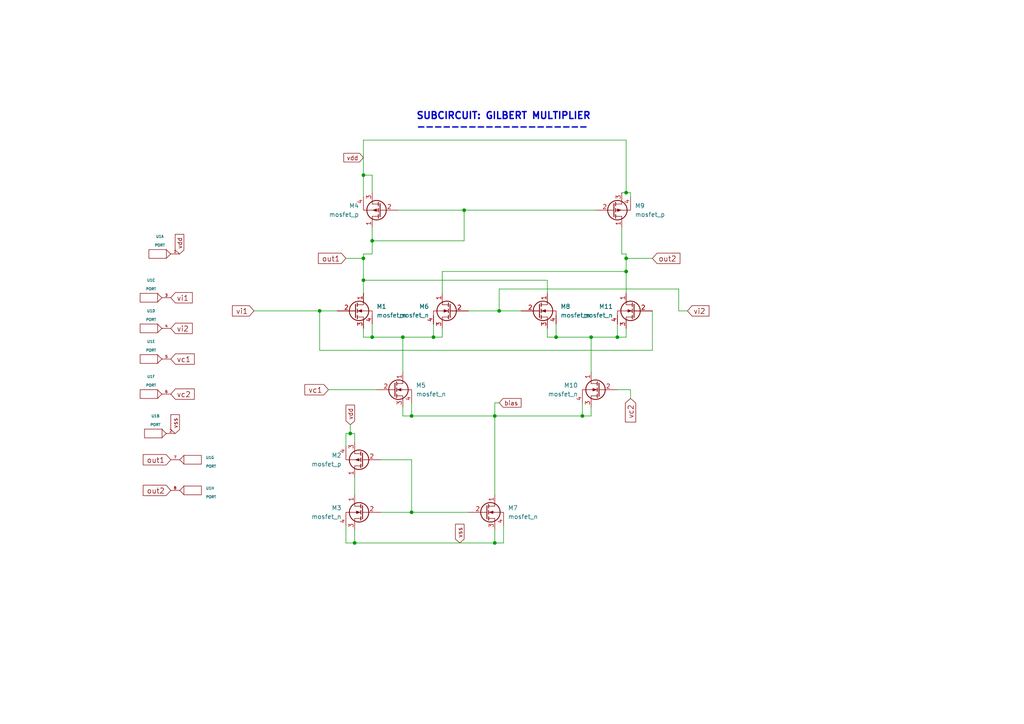
<source format=kicad_sch>
(kicad_sch (version 20211123) (generator eeschema)
  (paper "A4")
  (lib_symbols
    (symbol "eSim_Devices:mosfet_n" (pin_names (offset 0) hide)
      (property "Reference" "M" (at 0 -3.81 0))
      (property "Value" "mosfet_n" (at 2.54 -1.27 0))
      (symbol "mosfet_n_0_1"
        (polyline (pts (xy 3.302 -7.366) (xy 3.302 -6.35)) (stroke (width 0.254)))
        (polyline (pts (xy 3.302 -6.858) (xy 5.08 -6.858)))
        (polyline (pts (xy 3.302 -5.588) (xy 3.302 -4.572)) (stroke (width 0.254)))
        (polyline (pts (xy 3.302 -5.08) (xy 5.08 -5.08)))
        (polyline (pts (xy 3.302 -3.81) (xy 3.302 -2.794)) (stroke (width 0.254)))
        (polyline (pts (xy 3.302 -3.302) (xy 5.08 -3.302)))
        (polyline (pts (xy 5.08 -7.62) (xy 5.08 -6.858)))
        (polyline (pts (xy 5.08 -3.302) (xy 5.08 -2.54)))
        (polyline (pts (xy 2.794 -6.985) (xy 2.794 -3.175) (xy 2.794 -3.175)) (stroke (width 0.254)))
        (polyline (pts (xy 5.08 -5.08) (xy 7.62 -5.08) (xy 7.62 -6.35)))
        (polyline (pts (xy 3.556 -5.08) (xy 4.572 -5.461) (xy 4.572 -4.699) (xy 3.556 -5.08)) (fill (type outline)))
        (circle (center 3.81 -5.08) (radius 2.8194) (stroke (width 0.254)))
      )
      (symbol "mosfet_n_1_1"
        (pin passive line (at 5.08 0 270) (length 2.54) (name "D") (number "1"))
        (pin passive line (at -2.54 -5.08 0) (length 5.334) (name "G") (number "2"))
        (pin passive line (at 5.08 -10.16 90) (length 2.54) (name "S") (number "3"))
        (pin passive line (at 7.62 -8.89 90) (length 2.4892) (name "B") (number "4"))
      )
    )
    (symbol "eSim_Devices:mosfet_p" (pin_names (offset 0) hide)
      (property "Reference" "M" (at -1.27 1.27 0))
      (property "Value" "mosfet_p" (at 1.27 3.81 0))
      (symbol "mosfet_p_0_1"
        (polyline (pts (xy 2.032 -1.778) (xy 3.81 -1.778)))
        (polyline (pts (xy 2.032 -1.27) (xy 2.032 -2.286)) (stroke (width 0.254)))
        (polyline (pts (xy 2.032 0) (xy 3.81 0)))
        (polyline (pts (xy 2.032 0.508) (xy 2.032 -0.508)) (stroke (width 0.254)))
        (polyline (pts (xy 2.032 1.778) (xy 3.81 1.778)))
        (polyline (pts (xy 2.032 2.286) (xy 2.032 1.27)) (stroke (width 0.254)))
        (polyline (pts (xy 3.81 -1.778) (xy 3.81 -2.54)))
        (polyline (pts (xy 3.81 2.54) (xy 3.81 1.778)))
        (polyline (pts (xy 1.524 1.905) (xy 1.524 -1.905) (xy 1.524 -1.905)) (stroke (width 0.254)))
        (polyline (pts (xy 3.81 0) (xy 6.35 0) (xy 6.35 -1.27)))
        (polyline (pts (xy 3.556 0) (xy 2.54 -0.381) (xy 2.54 0.381) (xy 3.556 0)) (fill (type outline)))
        (circle (center 2.54 0) (radius 2.8194) (stroke (width 0.254)))
      )
      (symbol "mosfet_p_1_1"
        (pin passive line (at 3.81 5.08 270) (length 2.54) (name "D") (number "1"))
        (pin passive line (at -3.81 0 0) (length 5.334) (name "G") (number "2"))
        (pin passive line (at 3.81 -5.08 90) (length 2.54) (name "S") (number "3"))
        (pin passive line (at 6.35 -3.81 90) (length 2.54) (name "B") (number "4"))
      )
    )
    (symbol "eSim_Miscellaneous:PORT" (pin_names (offset 1.016))
      (property "Reference" "U" (at 1.27 2.54 0))
      (property "Value" "PORT" (at 0 0 0))
      (symbol "PORT_0_1"
        (rectangle (start -2.54 1.27) (end 2.54 -1.27))
        (arc (start 2.54 1.27) (mid 3.1355 0.5955) (end 3.81 0))
        (arc (start 3.81 0) (mid 3.1447 -0.6046) (end 2.54 -1.27))
      )
      (symbol "PORT_1_1"
        (pin bidirectional line (at 6.35 0 180) (length 2.54) (name "~") (number "1"))
      )
      (symbol "PORT_2_1"
        (pin bidirectional line (at 6.35 0 180) (length 2.54) (name "~") (number "2"))
      )
      (symbol "PORT_3_1"
        (pin bidirectional line (at 6.35 0 180) (length 2.54) (name "~") (number "3"))
      )
      (symbol "PORT_4_1"
        (pin bidirectional line (at 6.35 0 180) (length 2.54) (name "~") (number "4"))
      )
      (symbol "PORT_5_1"
        (pin bidirectional line (at 6.35 0 180) (length 2.54) (name "~") (number "5"))
      )
      (symbol "PORT_6_1"
        (pin bidirectional line (at 6.35 0 180) (length 2.54) (name "~") (number "6"))
      )
      (symbol "PORT_7_1"
        (pin bidirectional line (at 6.35 0 180) (length 2.54) (name "~") (number "7"))
      )
      (symbol "PORT_8_1"
        (pin bidirectional line (at 6.35 0 180) (length 2.54) (name "~") (number "8"))
      )
      (symbol "PORT_9_1"
        (pin bidirectional line (at 6.35 0 180) (length 2.54) (name "~") (number "9"))
      )
      (symbol "PORT_10_1"
        (pin bidirectional line (at 6.35 0 180) (length 2.54) (name "~") (number "10"))
      )
      (symbol "PORT_11_1"
        (pin bidirectional line (at 6.35 0 180) (length 2.54) (name "~") (number "11"))
      )
      (symbol "PORT_12_1"
        (pin bidirectional line (at 6.35 0 180) (length 2.54) (name "~") (number "12"))
      )
      (symbol "PORT_13_1"
        (pin bidirectional line (at 6.35 0 180) (length 2.54) (name "~") (number "13"))
      )
      (symbol "PORT_14_1"
        (pin bidirectional line (at 6.35 0 180) (length 2.54) (name "~") (number "14"))
      )
      (symbol "PORT_15_1"
        (pin bidirectional line (at 6.35 0 180) (length 2.54) (name "~") (number "15"))
      )
      (symbol "PORT_16_1"
        (pin bidirectional line (at 6.35 0 180) (length 2.54) (name "~") (number "16"))
      )
      (symbol "PORT_17_1"
        (pin bidirectional line (at 6.35 0 180) (length 2.54) (name "~") (number "17"))
      )
      (symbol "PORT_18_1"
        (pin bidirectional line (at 6.35 0 180) (length 2.54) (name "~") (number "18"))
      )
      (symbol "PORT_19_1"
        (pin bidirectional line (at 6.35 0 180) (length 2.54) (name "~") (number "19"))
      )
      (symbol "PORT_20_1"
        (pin bidirectional line (at 6.35 0 180) (length 2.54) (name "~") (number "20"))
      )
      (symbol "PORT_21_1"
        (pin bidirectional line (at 6.35 0 180) (length 2.54) (name "~") (number "21"))
      )
      (symbol "PORT_22_1"
        (pin bidirectional line (at 6.35 0 180) (length 2.54) (name "~") (number "22"))
      )
      (symbol "PORT_23_1"
        (pin bidirectional line (at 6.35 0 180) (length 2.54) (name "~") (number "23"))
      )
      (symbol "PORT_24_1"
        (pin bidirectional line (at 6.35 0 180) (length 2.54) (name "~") (number "24"))
      )
      (symbol "PORT_25_1"
        (pin bidirectional line (at 6.35 0 180) (length 2.54) (name "~") (number "25"))
      )
      (symbol "PORT_26_1"
        (pin bidirectional line (at 6.35 0 180) (length 2.54) (name "~") (number "26"))
      )
    )
  )
  (junction (at 105.41 74.93))
  (junction (at 107.95 69.85))
  (junction (at 161.29 97.79))
  (junction (at 143.51 157.48))
  (junction (at 107.95 97.79))
  (junction (at 105.41 81.28))
  (junction (at 144.78 90.17))
  (junction (at 125.73 97.79))
  (junction (at 102.87 157.48))
  (junction (at 92.71 90.17))
  (junction (at 105.41 50.8))
  (junction (at 181.61 74.93))
  (junction (at 168.91 120.65))
  (junction (at 119.38 120.65))
  (junction (at 101.6 125.73))
  (junction (at 134.62 60.96))
  (junction (at 116.84 97.79))
  (junction (at 179.07 97.79))
  (junction (at 143.51 120.65))
  (junction (at 119.38 148.59))
  (junction (at 181.61 78.74))
  (junction (at 171.45 97.79))
  (junction (at 181.61 55.88))
  (wire (pts (xy 182.88 57.15) (xy 182.88 55.88)))
  (wire (pts (xy 128.27 97.79) (xy 128.27 95.25)))
  (wire (pts (xy 101.6 123.19) (xy 101.6 125.73)))
  (wire (pts (xy 105.41 73.66) (xy 105.41 74.93)))
  (wire (pts (xy 119.38 133.35) (xy 119.38 148.59)))
  (wire (pts (xy 196.85 90.17) (xy 196.85 83.82)))
  (wire (pts (xy 116.84 120.65) (xy 119.38 120.65)))
  (wire (pts (xy 171.45 120.65) (xy 171.45 118.11)))
  (wire (pts (xy 102.87 157.48) (xy 143.51 157.48)))
  (wire (pts (xy 105.41 50.8) (xy 105.41 57.15)))
  (wire (pts (xy 135.89 90.17) (xy 144.78 90.17)))
  (wire (pts (xy 107.95 97.79) (xy 116.84 97.79)))
  (wire (pts (xy 179.07 97.79) (xy 179.07 93.98)))
  (wire (pts (xy 168.91 120.65) (xy 168.91 116.84)))
  (wire (pts (xy 181.61 40.64) (xy 181.61 55.88)))
  (wire (pts (xy 171.45 97.79) (xy 179.07 97.79)))
  (wire (pts (xy 107.95 73.66) (xy 105.41 73.66)))
  (wire (pts (xy 100.33 125.73) (xy 101.6 125.73)))
  (wire (pts (xy 181.61 78.74) (xy 181.61 85.09)))
  (wire (pts (xy 125.73 97.79) (xy 128.27 97.79)))
  (wire (pts (xy 189.23 90.17) (xy 189.23 101.6)))
  (wire (pts (xy 180.34 66.04) (xy 180.34 73.66)))
  (wire (pts (xy 101.6 125.73) (xy 102.87 125.73)))
  (wire (pts (xy 102.87 153.67) (xy 102.87 157.48)))
  (wire (pts (xy 102.87 138.43) (xy 102.87 143.51)))
  (wire (pts (xy 196.85 83.82) (xy 144.78 83.82)))
  (wire (pts (xy 102.87 125.73) (xy 102.87 128.27)))
  (wire (pts (xy 143.51 153.67) (xy 143.51 157.48)))
  (wire (pts (xy 144.78 90.17) (xy 151.13 90.17)))
  (wire (pts (xy 158.75 97.79) (xy 161.29 97.79)))
  (wire (pts (xy 180.34 73.66) (xy 181.61 73.66)))
  (wire (pts (xy 107.95 50.8) (xy 105.41 50.8)))
  (wire (pts (xy 182.88 113.03) (xy 182.88 115.57)))
  (wire (pts (xy 158.75 85.09) (xy 158.75 81.28)))
  (wire (pts (xy 181.61 73.66) (xy 181.61 74.93)))
  (wire (pts (xy 119.38 148.59) (xy 135.89 148.59)))
  (wire (pts (xy 100.33 157.48) (xy 102.87 157.48)))
  (wire (pts (xy 189.23 101.6) (xy 92.71 101.6)))
  (wire (pts (xy 125.73 97.79) (xy 125.73 93.98)))
  (wire (pts (xy 116.84 107.95) (xy 116.84 97.79)))
  (wire (pts (xy 92.71 90.17) (xy 97.79 90.17)))
  (wire (pts (xy 143.51 120.65) (xy 168.91 120.65)))
  (wire (pts (xy 128.27 85.09) (xy 128.27 78.74)))
  (wire (pts (xy 143.51 116.84) (xy 144.78 116.84)))
  (wire (pts (xy 181.61 74.93) (xy 181.61 78.74)))
  (wire (pts (xy 143.51 120.65) (xy 143.51 143.51)))
  (wire (pts (xy 196.85 90.17) (xy 199.39 90.17)))
  (wire (pts (xy 92.71 101.6) (xy 92.71 90.17)))
  (wire (pts (xy 105.41 95.25) (xy 105.41 97.79)))
  (wire (pts (xy 179.07 97.79) (xy 181.61 97.79)))
  (wire (pts (xy 110.49 133.35) (xy 119.38 133.35)))
  (wire (pts (xy 181.61 97.79) (xy 181.61 95.25)))
  (wire (pts (xy 144.78 83.82) (xy 144.78 90.17)))
  (wire (pts (xy 116.84 97.79) (xy 125.73 97.79)))
  (wire (pts (xy 100.33 152.4) (xy 100.33 157.48)))
  (wire (pts (xy 143.51 157.48) (xy 146.05 157.48)))
  (wire (pts (xy 182.88 55.88) (xy 181.61 55.88)))
  (wire (pts (xy 158.75 95.25) (xy 158.75 97.79)))
  (wire (pts (xy 128.27 78.74) (xy 181.61 78.74)))
  (wire (pts (xy 73.66 90.17) (xy 92.71 90.17)))
  (wire (pts (xy 181.61 74.93) (xy 189.23 74.93)))
  (wire (pts (xy 134.62 69.85) (xy 107.95 69.85)))
  (wire (pts (xy 105.41 50.8) (xy 105.41 40.64)))
  (wire (pts (xy 161.29 93.98) (xy 161.29 97.79)))
  (wire (pts (xy 134.62 60.96) (xy 134.62 69.85)))
  (wire (pts (xy 95.25 113.03) (xy 109.22 113.03)))
  (wire (pts (xy 107.95 69.85) (xy 107.95 73.66)))
  (wire (pts (xy 119.38 120.65) (xy 143.51 120.65)))
  (wire (pts (xy 107.95 93.98) (xy 107.95 97.79)))
  (wire (pts (xy 171.45 107.95) (xy 171.45 97.79)))
  (wire (pts (xy 105.41 97.79) (xy 107.95 97.79)))
  (wire (pts (xy 110.49 148.59) (xy 119.38 148.59)))
  (wire (pts (xy 105.41 40.64) (xy 181.61 40.64)))
  (wire (pts (xy 107.95 66.04) (xy 107.95 69.85)))
  (wire (pts (xy 105.41 81.28) (xy 105.41 85.09)))
  (wire (pts (xy 146.05 157.48) (xy 146.05 152.4)))
  (wire (pts (xy 158.75 81.28) (xy 105.41 81.28)))
  (wire (pts (xy 119.38 116.84) (xy 119.38 120.65)))
  (wire (pts (xy 168.91 120.65) (xy 171.45 120.65)))
  (wire (pts (xy 105.41 74.93) (xy 105.41 81.28)))
  (wire (pts (xy 161.29 97.79) (xy 171.45 97.79)))
  (wire (pts (xy 179.07 113.03) (xy 182.88 113.03)))
  (wire (pts (xy 116.84 120.65) (xy 116.84 118.11)))
  (wire (pts (xy 107.95 55.88) (xy 107.95 50.8)))
  (wire (pts (xy 134.62 60.96) (xy 172.72 60.96)))
  (wire (pts (xy 181.61 55.88) (xy 180.34 55.88)))
  (wire (pts (xy 100.33 74.93) (xy 105.41 74.93)))
  (wire (pts (xy 143.51 120.65) (xy 143.51 116.84)))
  (wire (pts (xy 100.33 129.54) (xy 100.33 125.73)))
  (wire (pts (xy 115.57 60.96) (xy 134.62 60.96)))
  (text "SUBCIRCUIT: GILBERT MULTIPLIER\n--------------------" (at 120.65 38.1 0) (effects (font (size 2 2) (thickness 0.4) bold) (justify left bottom)))
  (global_label "vc2" (shape input) (at 49.53 114.3 0) (effects (font (size 1.524 1.524))) (property "Intersheet References" "${INTERSHEET_REFS}" (effects hide)))
  (global_label "out2" (shape input) (at 49.53 142.24 180) (effects (font (size 1.524 1.524))) (property "Intersheet References" "${INTERSHEET_REFS}" (effects hide)))
  (global_label "vss" (shape input) (at 133.35 157.48 90) (property "Intersheet References" "${INTERSHEET_REFS}" (effects hide)))
  (global_label "out1" (shape input) (at 100.33 74.93 180) (effects (font (size 1.524 1.524))) (property "Intersheet References" "${INTERSHEET_REFS}" (effects hide)))
  (global_label "vi1" (shape input) (at 73.66 90.17 180) (effects (font (size 1.524 1.524))) (property "Intersheet References" "${INTERSHEET_REFS}" (effects hide)))
  (global_label "vdd" (shape input) (at 52.07 73.66 90) (property "Intersheet References" "${INTERSHEET_REFS}" (effects hide)))
  (global_label "out1" (shape input) (at 49.53 133.35 180) (effects (font (size 1.524 1.524))) (property "Intersheet References" "${INTERSHEET_REFS}" (effects hide)))
  (global_label "vc2" (shape input) (at 182.88 115.57 270) (effects (font (size 1.524 1.524))) (property "Intersheet References" "${INTERSHEET_REFS}" (effects hide)))
  (global_label "vi2" (shape input) (at 199.39 90.17 0) (effects (font (size 1.524 1.524))) (property "Intersheet References" "${INTERSHEET_REFS}" (effects hide)))
  (global_label "vi2" (shape input) (at 49.53 95.25 0) (effects (font (size 1.524 1.524))) (property "Intersheet References" "${INTERSHEET_REFS}" (effects hide)))
  (global_label "vss" (shape input) (at 50.8 125.73 90) (property "Intersheet References" "${INTERSHEET_REFS}" (effects hide)))
  (global_label "vc1" (shape input) (at 95.25 113.03 180) (effects (font (size 1.524 1.524))) (property "Intersheet References" "${INTERSHEET_REFS}" (effects hide)))
  (global_label "vdd" (shape input) (at 105.41 45.72 180) (property "Intersheet References" "${INTERSHEET_REFS}" (effects hide)))
  (global_label "vdd" (shape input) (at 101.6 123.19 90) (property "Intersheet References" "${INTERSHEET_REFS}" (effects hide)))
  (global_label "vi1" (shape input) (at 49.53 86.36 0) (effects (font (size 1.524 1.524))) (property "Intersheet References" "${INTERSHEET_REFS}" (effects hide)))
  (global_label "vc1" (shape input) (at 49.53 104.14 0) (effects (font (size 1.524 1.524))) (property "Intersheet References" "${INTERSHEET_REFS}" (effects hide)))
  (global_label "bias" (shape input) (at 144.78 116.84 0) (property "Intersheet References" "${INTERSHEET_REFS}" (effects hide)))
  (global_label "out2" (shape input) (at 189.23 74.93 0) (effects (font (size 1.524 1.524))) (property "Intersheet References" "${INTERSHEET_REFS}" (effects hide)))
  (symbol (lib_id "eSim_Devices:mosfet_n") (at 153.67 85.09 0) (unit 1)
    (property "Reference" "M8" (at 162.56 88.8999 0) (effects (justify left)))
    (property "Value" "mosfet_n" (at 162.56 91.4399 0) (effects (justify left)))
  )
  (symbol (lib_id "eSim_Miscellaneous:PORT") (at 43.18 104.14 0) (unit 5)
    (property "Reference" "U1" (at 43.815 99.06 0) (effects (font (size 0.762 0.762))))
    (property "Value" "PORT" (at 43.815 101.6 0) (effects (font (size 0.762 0.762))))
  )
  (symbol (lib_id "eSim_Devices:mosfet_n") (at 186.69 85.09 0) (mirror y) (unit 1)
    (property "Reference" "M11" (at 177.8 88.8999 0) (effects (justify left)))
    (property "Value" "mosfet_n" (at 177.8 91.4399 0) (effects (justify left)))
  )
  (symbol (lib_id "eSim_Miscellaneous:PORT") (at 43.18 86.36 0) (unit 3)
    (property "Reference" "U1" (at 43.815 81.28 0) (effects (font (size 0.762 0.762))))
    (property "Value" "PORT" (at 43.815 83.82 0) (effects (font (size 0.762 0.762))))
  )
  (symbol (lib_id "eSim_Devices:mosfet_n") (at 107.95 143.51 0) (mirror y) (unit 1)
    (property "Reference" "M3" (at 99.06 147.3199 0) (effects (justify left)))
    (property "Value" "mosfet_n" (at 99.06 149.8599 0) (effects (justify left)))
  )
  (symbol (lib_id "eSim_Miscellaneous:PORT") (at 43.18 95.25 0) (unit 4)
    (property "Reference" "U1" (at 43.815 90.17 0) (effects (font (size 0.762 0.762))))
    (property "Value" "PORT" (at 43.815 92.71 0) (effects (font (size 0.762 0.762))))
  )
  (symbol (lib_id "eSim_Devices:mosfet_n") (at 176.53 107.95 0) (mirror y) (unit 1)
    (property "Reference" "M10" (at 167.64 111.7599 0) (effects (justify left)))
    (property "Value" "mosfet_n" (at 167.64 114.2999 0) (effects (justify left)))
  )
  (symbol (lib_id "eSim_Miscellaneous:PORT") (at 44.45 125.73 0) (unit 2)
    (property "Reference" "U1" (at 45.085 120.65 0) (effects (font (size 0.762 0.762))))
    (property "Value" "PORT" (at 45.085 123.19 0) (effects (font (size 0.762 0.762))))
  )
  (symbol (lib_id "eSim_Devices:mosfet_p") (at 106.68 133.35 180) (unit 1)
    (property "Reference" "M2" (at 99.06 132.0799 0) (effects (justify left)))
    (property "Value" "mosfet_p" (at 99.06 134.6199 0) (effects (justify left)))
  )
  (symbol (lib_id "eSim_Miscellaneous:PORT") (at 45.72 73.66 0) (unit 1)
    (property "Reference" "U1" (at 46.355 68.58 0) (effects (font (size 0.762 0.762))))
    (property "Value" "PORT" (at 46.355 71.12 0) (effects (font (size 0.762 0.762))))
  )
  (symbol (lib_id "eSim_Devices:mosfet_n") (at 133.35 85.09 0) (mirror y) (unit 1)
    (property "Reference" "M6" (at 124.46 88.8999 0) (effects (justify left)))
    (property "Value" "mosfet_n" (at 124.46 91.4399 0) (effects (justify left)))
  )
  (symbol (lib_id "eSim_Devices:mosfet_n") (at 100.33 85.09 0) (unit 1)
    (property "Reference" "M1" (at 109.22 88.8999 0) (effects (justify left)))
    (property "Value" "mosfet_n" (at 109.22 91.4399 0) (effects (justify left)))
  )
  (symbol (lib_id "eSim_Devices:mosfet_p") (at 176.53 60.96 0) (mirror x) (unit 1)
    (property "Reference" "M9" (at 184.15 59.6899 0) (effects (justify left)))
    (property "Value" "mosfet_p" (at 184.15 62.2299 0) (effects (justify left)))
  )
  (symbol (lib_id "eSim_Miscellaneous:PORT") (at 55.88 142.24 180) (unit 8)
    (property "Reference" "U1" (at 59.69 141.605 0) (effects (font (size 0.762 0.762)) (justify right)))
    (property "Value" "PORT" (at 59.69 144.145 0) (effects (font (size 0.762 0.762)) (justify right)))
  )
  (symbol (lib_id "eSim_Devices:mosfet_p") (at 111.76 60.96 180) (unit 1)
    (property "Reference" "M4" (at 104.14 59.6899 0) (effects (justify left)))
    (property "Value" "mosfet_p" (at 104.14 62.2299 0) (effects (justify left)))
  )
  (symbol (lib_id "eSim_Miscellaneous:PORT") (at 55.88 133.35 180) (unit 7)
    (property "Reference" "U1" (at 59.69 132.715 0) (effects (font (size 0.762 0.762)) (justify right)))
    (property "Value" "PORT" (at 59.69 135.255 0) (effects (font (size 0.762 0.762)) (justify right)))
  )
  (symbol (lib_id "eSim_Devices:mosfet_n") (at 138.43 143.51 0) (unit 1)
    (property "Reference" "M7" (at 147.32 147.3199 0) (effects (justify left)))
    (property "Value" "mosfet_n" (at 147.32 149.8599 0) (effects (justify left)))
  )
  (symbol (lib_id "eSim_Miscellaneous:PORT") (at 43.18 114.3 0) (unit 6)
    (property "Reference" "U1" (at 43.815 109.22 0) (effects (font (size 0.762 0.762))))
    (property "Value" "PORT" (at 43.815 111.76 0) (effects (font (size 0.762 0.762))))
  )
  (symbol (lib_id "eSim_Devices:mosfet_n") (at 111.76 107.95 0) (unit 1)
    (property "Reference" "M5" (at 120.65 111.7599 0) (effects (justify left)))
    (property "Value" "mosfet_n" (at 120.65 114.2999 0) (effects (justify left)))
  )
)
</source>
